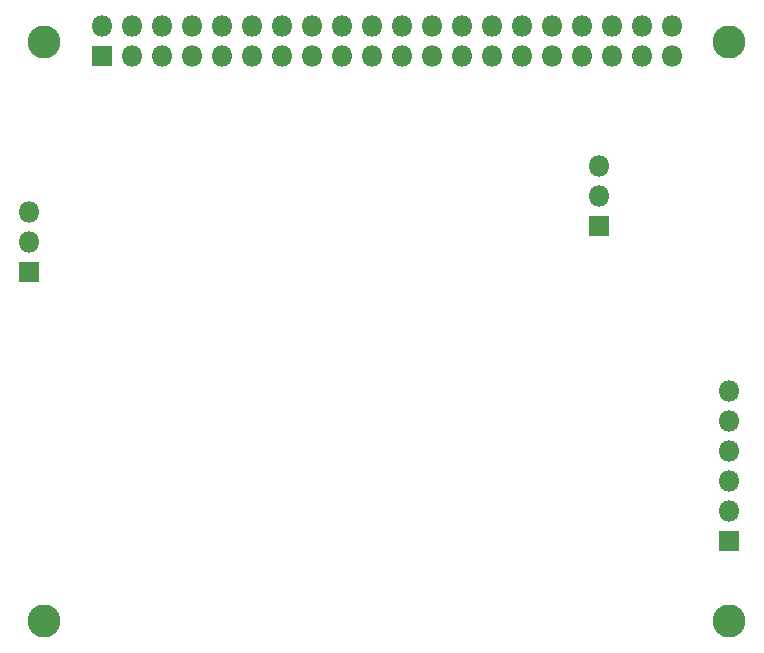
<source format=gbr>
G04 #@! TF.GenerationSoftware,KiCad,Pcbnew,(5.1.6)-1*
G04 #@! TF.CreationDate,2020-06-25T17:10:26+02:00*
G04 #@! TF.ProjectId,plc-EV-rpi,706c632d-4556-42d7-9270-692e6b696361,rev?*
G04 #@! TF.SameCoordinates,Original*
G04 #@! TF.FileFunction,Soldermask,Bot*
G04 #@! TF.FilePolarity,Negative*
%FSLAX46Y46*%
G04 Gerber Fmt 4.6, Leading zero omitted, Abs format (unit mm)*
G04 Created by KiCad (PCBNEW (5.1.6)-1) date 2020-06-25 17:10:26*
%MOMM*%
%LPD*%
G01*
G04 APERTURE LIST*
%ADD10O,1.800000X1.800000*%
%ADD11R,1.800000X1.800000*%
%ADD12C,2.800000*%
G04 APERTURE END LIST*
D10*
G04 #@! TO.C,J601*
X187000000Y-90460000D03*
X187000000Y-93000000D03*
D11*
X187000000Y-95540000D03*
G04 #@! TD*
D10*
G04 #@! TO.C,J501*
X198000000Y-109500000D03*
X198000000Y-112040000D03*
X198000000Y-114580000D03*
X198000000Y-117120000D03*
X198000000Y-119660000D03*
D11*
X198000000Y-122200000D03*
G04 #@! TD*
D10*
G04 #@! TO.C,J201*
X193160000Y-78660000D03*
X193160000Y-81200000D03*
X190620000Y-78660000D03*
X190620000Y-81200000D03*
X188080000Y-78660000D03*
X188080000Y-81200000D03*
X185540000Y-78660000D03*
X185540000Y-81200000D03*
X183000000Y-78660000D03*
X183000000Y-81200000D03*
X180460000Y-78660000D03*
X180460000Y-81200000D03*
X177920000Y-78660000D03*
X177920000Y-81200000D03*
X175380000Y-78660000D03*
X175380000Y-81200000D03*
X172840000Y-78660000D03*
X172840000Y-81200000D03*
X170300000Y-78660000D03*
X170300000Y-81200000D03*
X167760000Y-78660000D03*
X167760000Y-81200000D03*
X165220000Y-78660000D03*
X165220000Y-81200000D03*
X162680000Y-78660000D03*
X162680000Y-81200000D03*
X160140000Y-78660000D03*
X160140000Y-81200000D03*
X157600000Y-78660000D03*
X157600000Y-81200000D03*
X155060000Y-78660000D03*
X155060000Y-81200000D03*
X152520000Y-78660000D03*
X152520000Y-81200000D03*
X149980000Y-78660000D03*
X149980000Y-81200000D03*
X147440000Y-78660000D03*
X147440000Y-81200000D03*
X144900000Y-78660000D03*
D11*
X144900000Y-81200000D03*
G04 #@! TD*
D10*
G04 #@! TO.C,J101*
X138700000Y-94420000D03*
X138700000Y-96960000D03*
D11*
X138700000Y-99500000D03*
G04 #@! TD*
D12*
G04 #@! TO.C,REF\u002A\u002A*
X140000000Y-129000000D03*
G04 #@! TD*
G04 #@! TO.C,REF\u002A\u002A*
X198000000Y-129000000D03*
G04 #@! TD*
G04 #@! TO.C,REF\u002A\u002A*
X198000000Y-80000000D03*
G04 #@! TD*
G04 #@! TO.C,REF\u002A\u002A*
X140000000Y-80000000D03*
G04 #@! TD*
M02*

</source>
